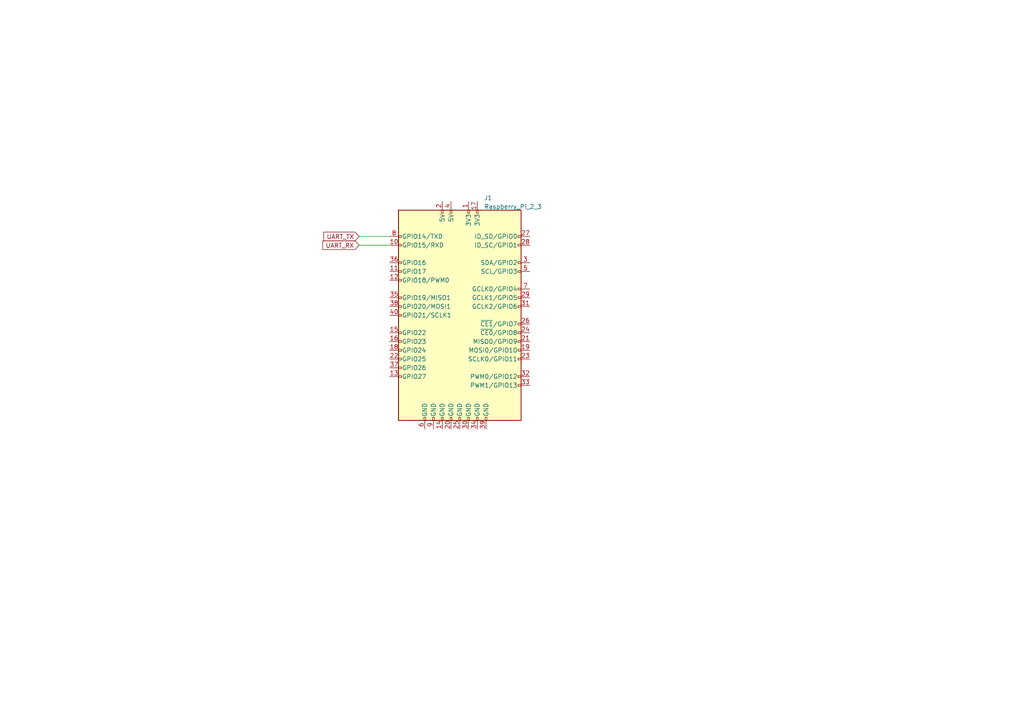
<source format=kicad_sch>
(kicad_sch (version 20230121) (generator eeschema)
  (paper "A4")
  (lib_symbols
    (symbol "Connector:Raspberry_Pi_2_3" (pin_names (offset 1.016))
      (property "Reference" "J" (at -17.78 31.75 0))
      (property "Value" "Raspberry_Pi_2_3" (at 10.16 -31.75 0))
      (symbol "Raspberry_Pi_2_3_0_1"
        (rectangle (start -17.78 30.48) (end 17.78 -30.48) (stroke (width 0.254)) (fill (type background)))
      )
      (symbol "Raspberry_Pi_2_3_1_1"
        (rectangle (start -16.891 -17.526) (end -17.78 -18.034))
        (rectangle (start -16.891 -14.986) (end -17.78 -15.494))
        (rectangle (start -16.891 -12.446) (end -17.78 -12.954))
        (rectangle (start -16.891 -9.906) (end -17.78 -10.414))
        (rectangle (start -16.891 -7.366) (end -17.78 -7.874))
        (rectangle (start -16.891 -4.826) (end -17.78 -5.334))
        (rectangle (start -16.891 0.254) (end -17.78 -0.254))
        (rectangle (start -16.891 2.794) (end -17.78 2.286))
        (rectangle (start -16.891 5.334) (end -17.78 4.826))
        (rectangle (start -16.891 10.414) (end -17.78 9.906))
        (rectangle (start -16.891 12.954) (end -17.78 12.446))
        (rectangle (start -16.891 15.494) (end -17.78 14.986))
        (rectangle (start -16.891 20.574) (end -17.78 20.066))
        (rectangle (start -16.891 23.114) (end -17.78 22.606))
        (rectangle (start -10.414 -29.591) (end -9.906 -30.48))
        (rectangle (start -7.874 -29.591) (end -7.366 -30.48))
        (rectangle (start -5.334 -29.591) (end -4.826 -30.48))
        (rectangle (start -5.334 30.48) (end -4.826 29.591))
        (rectangle (start -2.794 -29.591) (end -2.286 -30.48))
        (rectangle (start -2.794 30.48) (end -2.286 29.591))
        (rectangle (start -0.254 -29.591) (end 0.254 -30.48))
        (rectangle (start 2.286 -29.591) (end 2.794 -30.48))
        (rectangle (start 2.286 30.48) (end 2.794 29.591))
        (rectangle (start 4.826 -29.591) (end 5.334 -30.48))
        (rectangle (start 4.826 30.48) (end 5.334 29.591))
        (rectangle (start 7.366 -29.591) (end 7.874 -30.48))
        (rectangle (start 17.78 -20.066) (end 16.891 -20.574))
        (rectangle (start 17.78 -17.526) (end 16.891 -18.034))
        (rectangle (start 17.78 -12.446) (end 16.891 -12.954))
        (rectangle (start 17.78 -9.906) (end 16.891 -10.414))
        (rectangle (start 17.78 -7.366) (end 16.891 -7.874))
        (rectangle (start 17.78 -4.826) (end 16.891 -5.334))
        (rectangle (start 17.78 -2.286) (end 16.891 -2.794))
        (rectangle (start 17.78 2.794) (end 16.891 2.286))
        (rectangle (start 17.78 5.334) (end 16.891 4.826))
        (rectangle (start 17.78 7.874) (end 16.891 7.366))
        (rectangle (start 17.78 12.954) (end 16.891 12.446))
        (rectangle (start 17.78 15.494) (end 16.891 14.986))
        (rectangle (start 17.78 20.574) (end 16.891 20.066))
        (rectangle (start 17.78 23.114) (end 16.891 22.606))
        (pin power_in line (at 2.54 33.02 270) (length 2.54) (name "3V3") (number "1"))
        (pin bidirectional line (at -20.32 20.32 0) (length 2.54) (name "GPIO15/RXD") (number "10"))
        (pin bidirectional line (at -20.32 12.7 0) (length 2.54) (name "GPIO17") (number "11"))
        (pin bidirectional line (at -20.32 10.16 0) (length 2.54) (name "GPIO18/PWM0") (number "12"))
        (pin bidirectional line (at -20.32 -17.78 0) (length 2.54) (name "GPIO27") (number "13"))
        (pin power_in line (at -5.08 -33.02 90) (length 2.54) (name "GND") (number "14"))
        (pin bidirectional line (at -20.32 -5.08 0) (length 2.54) (name "GPIO22") (number "15"))
        (pin bidirectional line (at -20.32 -7.62 0) (length 2.54) (name "GPIO23") (number "16"))
        (pin power_in line (at 5.08 33.02 270) (length 2.54) (name "3V3") (number "17"))
        (pin bidirectional line (at -20.32 -10.16 0) (length 2.54) (name "GPIO24") (number "18"))
        (pin bidirectional line (at 20.32 -10.16 180) (length 2.54) (name "MOSI0/GPIO10") (number "19"))
        (pin power_in line (at -5.08 33.02 270) (length 2.54) (name "5V") (number "2"))
        (pin power_in line (at -2.54 -33.02 90) (length 2.54) (name "GND") (number "20"))
        (pin bidirectional line (at 20.32 -7.62 180) (length 2.54) (name "MISO0/GPIO9") (number "21"))
        (pin bidirectional line (at -20.32 -12.7 0) (length 2.54) (name "GPIO25") (number "22"))
        (pin bidirectional line (at 20.32 -12.7 180) (length 2.54) (name "SCLK0/GPIO11") (number "23"))
        (pin bidirectional line (at 20.32 -5.08 180) (length 2.54) (name "~{CE0}/GPIO8") (number "24"))
        (pin power_in line (at 0 -33.02 90) (length 2.54) (name "GND") (number "25"))
        (pin bidirectional line (at 20.32 -2.54 180) (length 2.54) (name "~{CE1}/GPIO7") (number "26"))
        (pin bidirectional line (at 20.32 22.86 180) (length 2.54) (name "ID_SD/GPIO0") (number "27"))
        (pin bidirectional line (at 20.32 20.32 180) (length 2.54) (name "ID_SC/GPIO1") (number "28"))
        (pin bidirectional line (at 20.32 5.08 180) (length 2.54) (name "GCLK1/GPIO5") (number "29"))
        (pin bidirectional line (at 20.32 15.24 180) (length 2.54) (name "SDA/GPIO2") (number "3"))
        (pin power_in line (at 2.54 -33.02 90) (length 2.54) (name "GND") (number "30"))
        (pin bidirectional line (at 20.32 2.54 180) (length 2.54) (name "GCLK2/GPIO6") (number "31"))
        (pin bidirectional line (at 20.32 -17.78 180) (length 2.54) (name "PWM0/GPIO12") (number "32"))
        (pin bidirectional line (at 20.32 -20.32 180) (length 2.54) (name "PWM1/GPIO13") (number "33"))
        (pin power_in line (at 5.08 -33.02 90) (length 2.54) (name "GND") (number "34"))
        (pin bidirectional line (at -20.32 5.08 0) (length 2.54) (name "GPIO19/MISO1") (number "35"))
        (pin bidirectional line (at -20.32 15.24 0) (length 2.54) (name "GPIO16") (number "36"))
        (pin bidirectional line (at -20.32 -15.24 0) (length 2.54) (name "GPIO26") (number "37"))
        (pin bidirectional line (at -20.32 2.54 0) (length 2.54) (name "GPIO20/MOSI1") (number "38"))
        (pin power_in line (at 7.62 -33.02 90) (length 2.54) (name "GND") (number "39"))
        (pin power_in line (at -2.54 33.02 270) (length 2.54) (name "5V") (number "4"))
        (pin bidirectional line (at -20.32 0 0) (length 2.54) (name "GPIO21/SCLK1") (number "40"))
        (pin bidirectional line (at 20.32 12.7 180) (length 2.54) (name "SCL/GPIO3") (number "5"))
        (pin power_in line (at -10.16 -33.02 90) (length 2.54) (name "GND") (number "6"))
        (pin bidirectional line (at 20.32 7.62 180) (length 2.54) (name "GCLK0/GPIO4") (number "7"))
        (pin bidirectional line (at -20.32 22.86 0) (length 2.54) (name "GPIO14/TXD") (number "8"))
        (pin power_in line (at -7.62 -33.02 90) (length 2.54) (name "GND") (number "9"))
      )
    )
  )
  (wire (pts (xy 104.14 68.58) (xy 113.03 68.58)))
  (wire (pts (xy 104.14 71.12) (xy 113.03 71.12)))
  (global_label "UART_TX" (shape input) (at 104.14 68.58 180) (property "Intersheetrefs" "${INTERSHEET_REFS}" (effects hide)))
  (global_label "UART_RX" (shape input) (at 104.14 71.12 180) (property "Intersheetrefs" "${INTERSHEET_REFS}" (effects hide)))
  (symbol (lib_id "Connector:Raspberry_Pi_2_3") (at 133.35 91.44 0) (unit 1)
    (property "Reference" "J1" (at 140.3859 57.404 0) (effects (justify left)))
    (property "Value" "Raspberry_Pi_2_3" (at 140.3859 59.944 0) (effects (justify left)))
    (property "Datasheet" "https://www.raspberrypi.org/documentation/hardware/raspberrypi/schematics/rpi_SCH_3bplus_1p0_reduced.pdf" (effects hide))
  )
)
</source>
